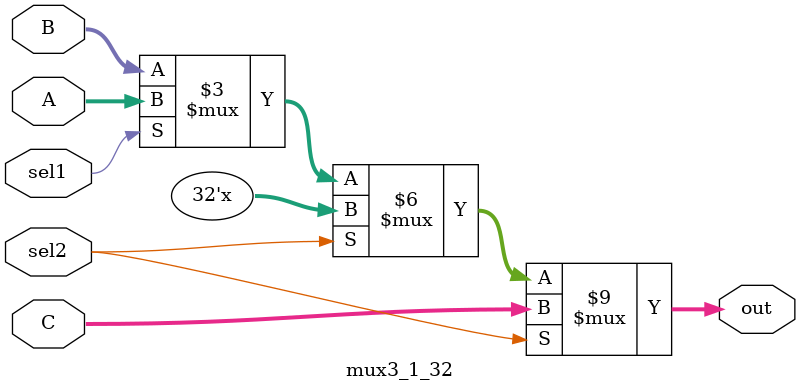
<source format=sv>
module mux2_1_32(A, B, sel, out);
	input logic [31:0] A, B;
	input logic sel;
	output logic [31:0] out;
	
	assign out = sel ? A : B;
	
endmodule

module mux3_1_32(A, B, C, sel1, sel2, out);
	input logic [31:0] A, B, C;
	input logic sel1, sel2;
	output logic [31:0] out;
	
	always_comb begin 
		if (sel2) out = C;
		else if (sel1) out = A;
		else out = B;
	end 
endmodule
	
	
	
</source>
